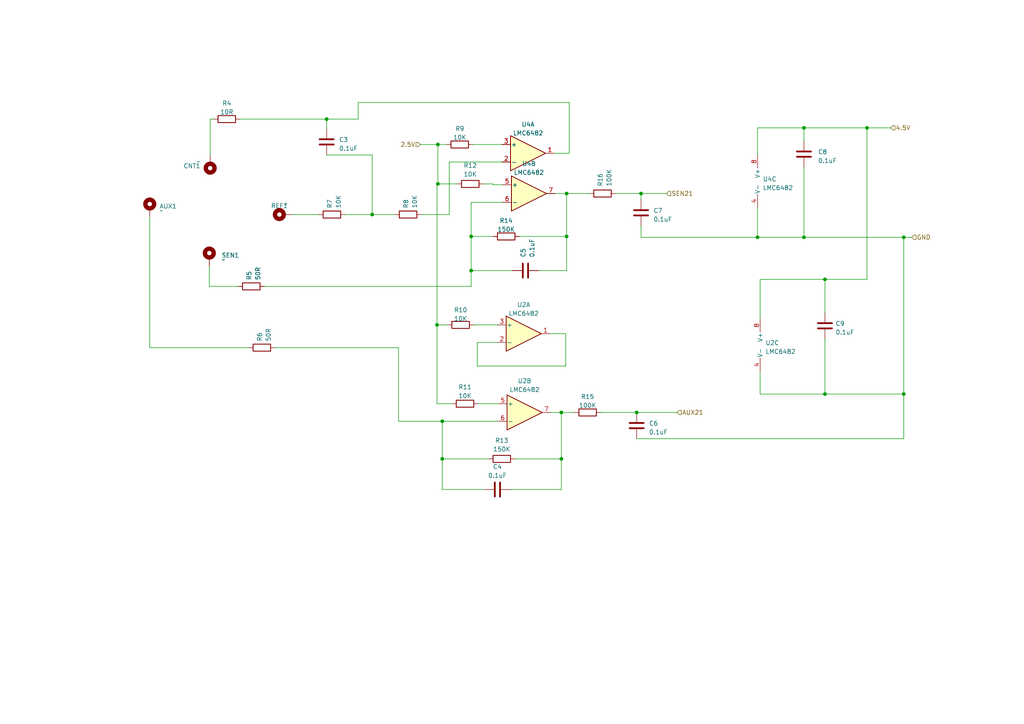
<source format=kicad_sch>
(kicad_sch (version 20230121) (generator eeschema)

  (uuid 91ef7790-12fd-4092-ace2-8becb1c4d00e)

  (paper "A4")

  (lib_symbols
    (symbol "Amplifier_Operational:LMC6482" (pin_names (offset 0.127)) (in_bom yes) (on_board yes)
      (property "Reference" "U" (at 0 5.08 0)
        (effects (font (size 1.27 1.27)) (justify left))
      )
      (property "Value" "LMC6482" (at 0 -5.08 0)
        (effects (font (size 1.27 1.27)) (justify left))
      )
      (property "Footprint" "" (at 0 0 0)
        (effects (font (size 1.27 1.27)) hide)
      )
      (property "Datasheet" "http://www.ti.com/lit/ds/symlink/lmc6482.pdf" (at 0 0 0)
        (effects (font (size 1.27 1.27)) hide)
      )
      (property "ki_locked" "" (at 0 0 0)
        (effects (font (size 1.27 1.27)))
      )
      (property "ki_keywords" "dual opamp" (at 0 0 0)
        (effects (font (size 1.27 1.27)) hide)
      )
      (property "ki_description" "Dual CMOS Rail-to-Rail Input and Output Operational Amplifier, DIP-8/SOIC-8, SSOP-8" (at 0 0 0)
        (effects (font (size 1.27 1.27)) hide)
      )
      (property "ki_fp_filters" "SOIC*3.9x4.9mm*P1.27mm* DIP*W7.62mm* TO*99* OnSemi*Micro8* TSSOP*3x3mm*P0.65mm* TSSOP*4.4x3mm*P0.65mm* MSOP*3x3mm*P0.65mm* SSOP*3.9x4.9mm*P0.635mm* LFCSP*2x2mm*P0.5mm* *SIP* SOIC*5.3x6.2mm*P1.27mm*" (at 0 0 0)
        (effects (font (size 1.27 1.27)) hide)
      )
      (symbol "LMC6482_1_1"
        (polyline
          (pts
            (xy -5.08 5.08)
            (xy 5.08 0)
            (xy -5.08 -5.08)
            (xy -5.08 5.08)
          )
          (stroke (width 0.254) (type default))
          (fill (type background))
        )
        (pin output line (at 7.62 0 180) (length 2.54)
          (name "~" (effects (font (size 1.27 1.27))))
          (number "1" (effects (font (size 1.27 1.27))))
        )
        (pin input line (at -7.62 -2.54 0) (length 2.54)
          (name "-" (effects (font (size 1.27 1.27))))
          (number "2" (effects (font (size 1.27 1.27))))
        )
        (pin input line (at -7.62 2.54 0) (length 2.54)
          (name "+" (effects (font (size 1.27 1.27))))
          (number "3" (effects (font (size 1.27 1.27))))
        )
      )
      (symbol "LMC6482_2_1"
        (polyline
          (pts
            (xy -5.08 5.08)
            (xy 5.08 0)
            (xy -5.08 -5.08)
            (xy -5.08 5.08)
          )
          (stroke (width 0.254) (type default))
          (fill (type background))
        )
        (pin input line (at -7.62 2.54 0) (length 2.54)
          (name "+" (effects (font (size 1.27 1.27))))
          (number "5" (effects (font (size 1.27 1.27))))
        )
        (pin input line (at -7.62 -2.54 0) (length 2.54)
          (name "-" (effects (font (size 1.27 1.27))))
          (number "6" (effects (font (size 1.27 1.27))))
        )
        (pin output line (at 7.62 0 180) (length 2.54)
          (name "~" (effects (font (size 1.27 1.27))))
          (number "7" (effects (font (size 1.27 1.27))))
        )
      )
      (symbol "LMC6482_3_1"
        (pin power_in line (at -2.54 -7.62 90) (length 3.81)
          (name "V-" (effects (font (size 1.27 1.27))))
          (number "4" (effects (font (size 1.27 1.27))))
        )
        (pin power_in line (at -2.54 7.62 270) (length 3.81)
          (name "V+" (effects (font (size 1.27 1.27))))
          (number "8" (effects (font (size 1.27 1.27))))
        )
      )
    )
    (symbol "Device:C" (pin_numbers hide) (pin_names (offset 0.254)) (in_bom yes) (on_board yes)
      (property "Reference" "C" (at 0.635 2.54 0)
        (effects (font (size 1.27 1.27)) (justify left))
      )
      (property "Value" "C" (at 0.635 -2.54 0)
        (effects (font (size 1.27 1.27)) (justify left))
      )
      (property "Footprint" "" (at 0.9652 -3.81 0)
        (effects (font (size 1.27 1.27)) hide)
      )
      (property "Datasheet" "~" (at 0 0 0)
        (effects (font (size 1.27 1.27)) hide)
      )
      (property "ki_keywords" "cap capacitor" (at 0 0 0)
        (effects (font (size 1.27 1.27)) hide)
      )
      (property "ki_description" "Unpolarized capacitor" (at 0 0 0)
        (effects (font (size 1.27 1.27)) hide)
      )
      (property "ki_fp_filters" "C_*" (at 0 0 0)
        (effects (font (size 1.27 1.27)) hide)
      )
      (symbol "C_0_1"
        (polyline
          (pts
            (xy -2.032 -0.762)
            (xy 2.032 -0.762)
          )
          (stroke (width 0.508) (type default))
          (fill (type none))
        )
        (polyline
          (pts
            (xy -2.032 0.762)
            (xy 2.032 0.762)
          )
          (stroke (width 0.508) (type default))
          (fill (type none))
        )
      )
      (symbol "C_1_1"
        (pin passive line (at 0 3.81 270) (length 2.794)
          (name "~" (effects (font (size 1.27 1.27))))
          (number "1" (effects (font (size 1.27 1.27))))
        )
        (pin passive line (at 0 -3.81 90) (length 2.794)
          (name "~" (effects (font (size 1.27 1.27))))
          (number "2" (effects (font (size 1.27 1.27))))
        )
      )
    )
    (symbol "Device:R" (pin_numbers hide) (pin_names (offset 0)) (in_bom yes) (on_board yes)
      (property "Reference" "R" (at 2.032 0 90)
        (effects (font (size 1.27 1.27)))
      )
      (property "Value" "R" (at 0 0 90)
        (effects (font (size 1.27 1.27)))
      )
      (property "Footprint" "" (at -1.778 0 90)
        (effects (font (size 1.27 1.27)) hide)
      )
      (property "Datasheet" "~" (at 0 0 0)
        (effects (font (size 1.27 1.27)) hide)
      )
      (property "ki_keywords" "R res resistor" (at 0 0 0)
        (effects (font (size 1.27 1.27)) hide)
      )
      (property "ki_description" "Resistor" (at 0 0 0)
        (effects (font (size 1.27 1.27)) hide)
      )
      (property "ki_fp_filters" "R_*" (at 0 0 0)
        (effects (font (size 1.27 1.27)) hide)
      )
      (symbol "R_0_1"
        (rectangle (start -1.016 -2.54) (end 1.016 2.54)
          (stroke (width 0.254) (type default))
          (fill (type none))
        )
      )
      (symbol "R_1_1"
        (pin passive line (at 0 3.81 270) (length 1.27)
          (name "~" (effects (font (size 1.27 1.27))))
          (number "1" (effects (font (size 1.27 1.27))))
        )
        (pin passive line (at 0 -3.81 90) (length 1.27)
          (name "~" (effects (font (size 1.27 1.27))))
          (number "2" (effects (font (size 1.27 1.27))))
        )
      )
    )
    (symbol "Mechanical:MountingHole_Pad" (pin_numbers hide) (pin_names (offset 1.016) hide) (in_bom yes) (on_board yes)
      (property "Reference" "H" (at 0 6.35 0)
        (effects (font (size 1.27 1.27)))
      )
      (property "Value" "MountingHole_Pad" (at 0 4.445 0)
        (effects (font (size 1.27 1.27)))
      )
      (property "Footprint" "" (at 0 0 0)
        (effects (font (size 1.27 1.27)) hide)
      )
      (property "Datasheet" "~" (at 0 0 0)
        (effects (font (size 1.27 1.27)) hide)
      )
      (property "ki_keywords" "mounting hole" (at 0 0 0)
        (effects (font (size 1.27 1.27)) hide)
      )
      (property "ki_description" "Mounting Hole with connection" (at 0 0 0)
        (effects (font (size 1.27 1.27)) hide)
      )
      (property "ki_fp_filters" "MountingHole*Pad*" (at 0 0 0)
        (effects (font (size 1.27 1.27)) hide)
      )
      (symbol "MountingHole_Pad_0_1"
        (circle (center 0 1.27) (radius 1.27)
          (stroke (width 1.27) (type default))
          (fill (type none))
        )
      )
      (symbol "MountingHole_Pad_1_1"
        (pin input line (at 0 -2.54 90) (length 2.54)
          (name "1" (effects (font (size 1.27 1.27))))
          (number "1" (effects (font (size 1.27 1.27))))
        )
      )
    )
  )

  (junction (at 126.746 94.234) (diameter 0) (color 0 0 0 0)
    (uuid 0cde9f5f-8926-4ac1-b9a3-ecc2146ff410)
  )
  (junction (at 162.814 119.634) (diameter 0) (color 0 0 0 0)
    (uuid 0d73fc9b-9b0f-49ed-84d7-5e078f3e0192)
  )
  (junction (at 219.71 68.834) (diameter 0) (color 0 0 0 0)
    (uuid 11493d13-b24a-4b02-8865-092b4c5f92af)
  )
  (junction (at 251.46 37.084) (diameter 0) (color 0 0 0 0)
    (uuid 24467894-0808-4fc8-a653-2dbd6e25b393)
  )
  (junction (at 184.658 119.634) (diameter 0) (color 0 0 0 0)
    (uuid 2a69abea-1ed6-4069-b620-54cf316924a2)
  )
  (junction (at 262.128 68.834) (diameter 0) (color 0 0 0 0)
    (uuid 2ca3c8cf-3118-4727-ad21-7feed11d8ba9)
  )
  (junction (at 136.652 68.58) (diameter 0) (color 0 0 0 0)
    (uuid 31062ce4-4f6c-4b2c-87bd-1c31fad6433c)
  )
  (junction (at 233.172 68.834) (diameter 0) (color 0 0 0 0)
    (uuid 51fe138b-f49e-49f0-80a0-7b69d094e951)
  )
  (junction (at 128.27 122.174) (diameter 0) (color 0 0 0 0)
    (uuid 523c6542-76d0-49dd-bde8-ce2726aba121)
  )
  (junction (at 136.652 78.486) (diameter 0) (color 0 0 0 0)
    (uuid 5a5ed7ac-25b0-4de8-bcf9-28c3e98cbada)
  )
  (junction (at 164.338 68.58) (diameter 0) (color 0 0 0 0)
    (uuid 7a4b2757-93f6-4b02-838c-bcdcd3fe65dd)
  )
  (junction (at 162.814 133.096) (diameter 0) (color 0 0 0 0)
    (uuid 86b87fdf-9f89-4d35-bf7d-712b9cf40e7b)
  )
  (junction (at 239.268 81.026) (diameter 0) (color 0 0 0 0)
    (uuid 92798b67-88c9-4a82-ac62-244a76e7547c)
  )
  (junction (at 239.268 114.3) (diameter 0) (color 0 0 0 0)
    (uuid 9618e657-4250-4653-b68f-a3a02fbbd0c7)
  )
  (junction (at 127 53.34) (diameter 0) (color 0 0 0 0)
    (uuid aabd0fb2-767c-4417-919f-b82058f54640)
  )
  (junction (at 262.128 114.3) (diameter 0) (color 0 0 0 0)
    (uuid b6af63e2-eb2c-4aaa-a9e4-ae1b62b3de62)
  )
  (junction (at 94.742 34.544) (diameter 0) (color 0 0 0 0)
    (uuid ba00b6f3-30fe-4216-8df0-fa5d6a267198)
  )
  (junction (at 164.338 56.134) (diameter 0) (color 0 0 0 0)
    (uuid bf12bac0-2dbf-4e54-90c1-12f59ef176dc)
  )
  (junction (at 233.172 37.084) (diameter 0) (color 0 0 0 0)
    (uuid c6fda6ec-a01b-499f-a97d-7b91a0c54367)
  )
  (junction (at 107.95 62.23) (diameter 0) (color 0 0 0 0)
    (uuid e373fd17-6046-4e6b-abc5-7e08b644af18)
  )
  (junction (at 185.928 56.134) (diameter 0) (color 0 0 0 0)
    (uuid e7413df0-a963-4117-9f9a-935218737ff8)
  )
  (junction (at 128.27 133.096) (diameter 0) (color 0 0 0 0)
    (uuid eebeab4d-e913-4e02-b86e-30873cf5a6c7)
  )
  (junction (at 127 41.91) (diameter 0) (color 0 0 0 0)
    (uuid f3d0d180-4341-487f-8b0c-50e80f2b1cd7)
  )

  (wire (pts (xy 103.886 34.544) (xy 94.742 34.544))
    (stroke (width 0) (type default))
    (uuid 0023b7b9-2baf-4053-ac0b-d25cc19ecdf7)
  )
  (wire (pts (xy 76.708 83.058) (xy 136.652 83.058))
    (stroke (width 0) (type default))
    (uuid 03239e6d-68e3-435f-835f-21b5491c6062)
  )
  (wire (pts (xy 164.338 56.134) (xy 161.036 56.134))
    (stroke (width 0) (type default))
    (uuid 06997b54-b3f0-417f-884d-d0b41c644c61)
  )
  (wire (pts (xy 184.658 127.254) (xy 262.128 127.254))
    (stroke (width 0) (type default))
    (uuid 07409ec8-10ce-4402-8271-331f39176459)
  )
  (wire (pts (xy 115.57 122.174) (xy 128.27 122.174))
    (stroke (width 0) (type default))
    (uuid 0a478146-6cae-4510-b86f-e83cecddea64)
  )
  (wire (pts (xy 156.21 78.486) (xy 164.338 78.486))
    (stroke (width 0) (type default))
    (uuid 0a677a91-f53e-4d78-86c1-d77a6b81bdaf)
  )
  (wire (pts (xy 128.27 133.096) (xy 128.27 122.174))
    (stroke (width 0) (type default))
    (uuid 0ee3f69b-d1a2-4610-90da-ab970ed19b4b)
  )
  (wire (pts (xy 136.652 68.58) (xy 136.652 78.486))
    (stroke (width 0) (type default))
    (uuid 1528b1e7-521a-400e-9d91-e0ba691d56df)
  )
  (wire (pts (xy 84.836 62.23) (xy 92.456 62.23))
    (stroke (width 0) (type default))
    (uuid 15654879-a109-4424-8182-29050a6f8c40)
  )
  (wire (pts (xy 121.92 41.91) (xy 127 41.91))
    (stroke (width 0) (type default))
    (uuid 19f181f0-eefb-4f81-96c7-f7698e9fa9cd)
  )
  (wire (pts (xy 138.684 117.094) (xy 144.526 117.094))
    (stroke (width 0) (type default))
    (uuid 1ba2a52b-ec4b-4f84-922c-e3af1d023bda)
  )
  (wire (pts (xy 137.414 94.234) (xy 144.272 94.234))
    (stroke (width 0) (type default))
    (uuid 1bacbcf7-c46e-4018-b5af-c59853743946)
  )
  (wire (pts (xy 170.942 56.134) (xy 164.338 56.134))
    (stroke (width 0) (type default))
    (uuid 1d1ab69f-a63c-4955-a1aa-1487fd5d63c4)
  )
  (wire (pts (xy 138.43 106.172) (xy 138.43 99.314))
    (stroke (width 0) (type default))
    (uuid 1e1c7f16-c5cf-440e-abf6-b3ef3091771d)
  )
  (wire (pts (xy 148.082 141.986) (xy 162.814 141.986))
    (stroke (width 0) (type default))
    (uuid 1ede2e63-1bc0-417d-bae4-ffdcad94b0a5)
  )
  (wire (pts (xy 164.084 96.774) (xy 164.084 106.172))
    (stroke (width 0) (type default))
    (uuid 29950792-dd05-4d5d-8ed8-29e5ddf924f6)
  )
  (wire (pts (xy 162.814 133.096) (xy 162.814 119.634))
    (stroke (width 0) (type default))
    (uuid 329ae141-8a68-41ea-be71-aa89bee68259)
  )
  (wire (pts (xy 239.268 114.3) (xy 262.128 114.3))
    (stroke (width 0) (type default))
    (uuid 32f2b1f6-b860-4b8e-9220-d56779b17374)
  )
  (wire (pts (xy 262.128 127.254) (xy 262.128 114.3))
    (stroke (width 0) (type default))
    (uuid 349527fd-d560-4bbd-b28f-8a30b8647b57)
  )
  (wire (pts (xy 219.71 68.834) (xy 233.172 68.834))
    (stroke (width 0) (type default))
    (uuid 37026fb4-79a0-403e-a743-6e7e2c3a7595)
  )
  (wire (pts (xy 128.27 122.174) (xy 144.526 122.174))
    (stroke (width 0) (type default))
    (uuid 3aa07458-d08a-4a1d-9178-ef027f30fe28)
  )
  (wire (pts (xy 165.1 44.45) (xy 165.1 29.718))
    (stroke (width 0) (type default))
    (uuid 3b44f80c-9dea-48e2-93ba-fc628c8d040b)
  )
  (wire (pts (xy 126.746 53.34) (xy 127 53.34))
    (stroke (width 0) (type default))
    (uuid 3b989923-f2e7-4464-a326-c238a974393a)
  )
  (wire (pts (xy 127 41.91) (xy 129.54 41.91))
    (stroke (width 0) (type default))
    (uuid 3c34e0e6-e9ce-4428-82ca-435dcd0aa840)
  )
  (wire (pts (xy 79.756 100.838) (xy 115.57 100.838))
    (stroke (width 0) (type default))
    (uuid 3ec51b70-0173-4ba3-9ade-2b6a01d03ecf)
  )
  (wire (pts (xy 103.886 29.718) (xy 103.886 34.544))
    (stroke (width 0) (type default))
    (uuid 3edb24ca-d1e7-476e-a72a-b2ab59c65e35)
  )
  (wire (pts (xy 43.434 100.838) (xy 72.136 100.838))
    (stroke (width 0) (type default))
    (uuid 3f34defc-e10e-4cc0-b09b-34ef1755556f)
  )
  (wire (pts (xy 143.002 53.594) (xy 145.796 53.594))
    (stroke (width 0) (type default))
    (uuid 3f647898-b1eb-4dde-8e79-d8aeb93670d0)
  )
  (wire (pts (xy 100.076 62.23) (xy 107.95 62.23))
    (stroke (width 0) (type default))
    (uuid 41155b9e-1924-4aec-b817-56f1100203ce)
  )
  (wire (pts (xy 60.706 83.058) (xy 69.088 83.058))
    (stroke (width 0) (type default))
    (uuid 41fceed6-cece-409b-8b1b-41b133b4253e)
  )
  (wire (pts (xy 219.71 68.834) (xy 219.71 60.198))
    (stroke (width 0) (type default))
    (uuid 44192a27-be97-4640-a73f-1ee67bf2a691)
  )
  (wire (pts (xy 143.002 53.34) (xy 143.002 53.594))
    (stroke (width 0) (type default))
    (uuid 4d6b6ba3-64e2-4058-b0c6-917faacc8956)
  )
  (wire (pts (xy 239.268 98.298) (xy 239.268 114.3))
    (stroke (width 0) (type default))
    (uuid 527f93ce-ed5f-4690-89fe-1e96f8e0df60)
  )
  (wire (pts (xy 239.268 81.026) (xy 251.46 81.026))
    (stroke (width 0) (type default))
    (uuid 5849a10f-8b2a-4e3a-8f61-672c254d7bd7)
  )
  (wire (pts (xy 193.294 56.134) (xy 185.928 56.134))
    (stroke (width 0) (type default))
    (uuid 5bdcc3c6-757c-4bba-9ab0-ca99addced2b)
  )
  (wire (pts (xy 107.95 62.23) (xy 114.554 62.23))
    (stroke (width 0) (type default))
    (uuid 5c8b71b8-c6c5-4ae7-851f-cc8f70ab61ed)
  )
  (wire (pts (xy 140.208 53.34) (xy 143.002 53.34))
    (stroke (width 0) (type default))
    (uuid 5d2c70b8-9733-46c3-b5ad-d58bbd097f02)
  )
  (wire (pts (xy 136.652 58.674) (xy 136.652 68.58))
    (stroke (width 0) (type default))
    (uuid 66139b46-dfae-4a72-8ebd-08433d2aa688)
  )
  (wire (pts (xy 131.064 117.094) (xy 126.746 117.094))
    (stroke (width 0) (type default))
    (uuid 66a9dbe6-2080-4e9d-80b0-f2b9c4214fd6)
  )
  (wire (pts (xy 233.172 37.084) (xy 219.71 37.084))
    (stroke (width 0) (type default))
    (uuid 676dc4b8-634a-4352-90f8-4378ad9c05b2)
  )
  (wire (pts (xy 149.352 133.096) (xy 162.814 133.096))
    (stroke (width 0) (type default))
    (uuid 6a682d23-74a9-4547-9c95-6d750a215eac)
  )
  (wire (pts (xy 258.318 37.084) (xy 251.46 37.084))
    (stroke (width 0) (type default))
    (uuid 6c554e45-a774-4d1e-b95b-c34f731a49de)
  )
  (wire (pts (xy 115.57 100.838) (xy 115.57 122.174))
    (stroke (width 0) (type default))
    (uuid 727a0619-a2c7-4702-aec0-ad270049a380)
  )
  (wire (pts (xy 143.002 68.58) (xy 136.652 68.58))
    (stroke (width 0) (type default))
    (uuid 72a942fc-5db3-41c8-93fe-f0b7699bab4b)
  )
  (wire (pts (xy 136.652 78.486) (xy 148.59 78.486))
    (stroke (width 0) (type default))
    (uuid 7b0123a9-1b09-4a16-88ef-6bd1e61ba522)
  )
  (wire (pts (xy 219.71 37.084) (xy 219.71 44.958))
    (stroke (width 0) (type default))
    (uuid 80afa25c-e97d-4708-94fc-06cd93736cb5)
  )
  (wire (pts (xy 159.512 96.774) (xy 164.084 96.774))
    (stroke (width 0) (type default))
    (uuid 8ad65b64-c611-4309-9bfb-3136eeceadd3)
  )
  (wire (pts (xy 137.16 41.91) (xy 145.542 41.91))
    (stroke (width 0) (type default))
    (uuid 8deeceef-6cf2-41d5-b4af-b3b5d584563f)
  )
  (wire (pts (xy 129.794 94.234) (xy 126.746 94.234))
    (stroke (width 0) (type default))
    (uuid 90f34fcf-84f6-4caf-8999-10bbb7f9617d)
  )
  (wire (pts (xy 94.742 44.958) (xy 107.95 44.958))
    (stroke (width 0) (type default))
    (uuid 917ac13d-1e84-4070-8ca5-0c299ef3635c)
  )
  (wire (pts (xy 132.588 53.34) (xy 127 53.34))
    (stroke (width 0) (type default))
    (uuid 91dd90dd-62e7-48d5-a66f-22cce9b5e214)
  )
  (wire (pts (xy 107.95 44.958) (xy 107.95 62.23))
    (stroke (width 0) (type default))
    (uuid 94f6b476-ae9a-4644-9a2a-eb232f99cbaa)
  )
  (wire (pts (xy 130.302 46.99) (xy 130.302 62.23))
    (stroke (width 0) (type default))
    (uuid 96d0ed94-1a17-4283-ac40-348ea2dad2c8)
  )
  (wire (pts (xy 185.928 68.834) (xy 219.71 68.834))
    (stroke (width 0) (type default))
    (uuid 99c88f63-3ff7-4744-a88b-1c229a81c1ff)
  )
  (wire (pts (xy 141.732 133.096) (xy 128.27 133.096))
    (stroke (width 0) (type default))
    (uuid 99ce2a1f-5665-4aa9-aae5-6566c405141c)
  )
  (wire (pts (xy 60.706 77.216) (xy 60.706 83.058))
    (stroke (width 0) (type default))
    (uuid 9dea111d-fce5-4ca3-8c64-6868522a2a25)
  )
  (wire (pts (xy 262.128 68.834) (xy 264.414 68.834))
    (stroke (width 0) (type default))
    (uuid 9e93ae9d-05a9-4a69-bfd8-6e1983b4fbeb)
  )
  (wire (pts (xy 185.928 56.134) (xy 185.928 57.912))
    (stroke (width 0) (type default))
    (uuid 9f81cb9c-1869-4ea8-a07d-86214ef064d4)
  )
  (wire (pts (xy 43.434 62.992) (xy 43.434 100.838))
    (stroke (width 0) (type default))
    (uuid a0f1ef15-cabc-4ac7-b1f5-52f6f184def3)
  )
  (wire (pts (xy 220.472 92.456) (xy 220.472 81.026))
    (stroke (width 0) (type default))
    (uuid a1906a02-9431-4a81-a4e9-c4fc87b67140)
  )
  (wire (pts (xy 136.652 58.674) (xy 145.796 58.674))
    (stroke (width 0) (type default))
    (uuid a406bcd4-f291-4831-9801-ab4a9e6a0232)
  )
  (wire (pts (xy 220.472 114.3) (xy 239.268 114.3))
    (stroke (width 0) (type default))
    (uuid a9d58b17-ce28-4522-bce9-9d4c060102fe)
  )
  (wire (pts (xy 126.746 53.34) (xy 126.746 94.234))
    (stroke (width 0) (type default))
    (uuid aa8bd007-aee5-4d2e-be91-a002aee9c006)
  )
  (wire (pts (xy 60.96 34.544) (xy 60.96 44.958))
    (stroke (width 0) (type default))
    (uuid aaa9545c-4d4e-46ee-9bc9-6df2f504a0c7)
  )
  (wire (pts (xy 138.43 99.314) (xy 144.272 99.314))
    (stroke (width 0) (type default))
    (uuid ab01f27c-6b6e-4c5f-9b1d-c4ae15e2794a)
  )
  (wire (pts (xy 150.622 68.58) (xy 164.338 68.58))
    (stroke (width 0) (type default))
    (uuid ab422b6e-db93-4ab0-90a6-ee1cd72d7b06)
  )
  (wire (pts (xy 185.928 65.532) (xy 185.928 68.834))
    (stroke (width 0) (type default))
    (uuid ac71ae6f-bcbf-4630-bde7-4246e0fcafdd)
  )
  (wire (pts (xy 164.084 106.172) (xy 138.43 106.172))
    (stroke (width 0) (type default))
    (uuid ae70a099-025d-4990-b501-3dd6ef6f9572)
  )
  (wire (pts (xy 178.562 56.134) (xy 185.928 56.134))
    (stroke (width 0) (type default))
    (uuid b0dcfcae-be16-4155-baf5-8031f364eb0b)
  )
  (wire (pts (xy 136.652 78.486) (xy 136.652 83.058))
    (stroke (width 0) (type default))
    (uuid b1ab777c-b01a-409a-b5d5-67711d0851e4)
  )
  (wire (pts (xy 127 53.34) (xy 127 41.91))
    (stroke (width 0) (type default))
    (uuid b232cfe4-90da-4758-841f-b8d6e7589818)
  )
  (wire (pts (xy 220.472 107.696) (xy 220.472 114.3))
    (stroke (width 0) (type default))
    (uuid b7b1128c-42f2-4bc6-9957-c34be5e49ffe)
  )
  (wire (pts (xy 165.1 29.718) (xy 103.886 29.718))
    (stroke (width 0) (type default))
    (uuid be84bd9b-c114-4181-81e7-9a67c128cc57)
  )
  (wire (pts (xy 128.27 141.986) (xy 128.27 133.096))
    (stroke (width 0) (type default))
    (uuid bedec339-f6fb-4bca-b5c4-64159be4fd42)
  )
  (wire (pts (xy 94.742 34.544) (xy 94.742 37.338))
    (stroke (width 0) (type default))
    (uuid c0edf11c-534f-4dfb-a443-f0c774001268)
  )
  (wire (pts (xy 140.462 141.986) (xy 128.27 141.986))
    (stroke (width 0) (type default))
    (uuid c69faa8a-0d29-45fc-ac93-ed0f69ca7323)
  )
  (wire (pts (xy 233.172 37.084) (xy 233.172 40.894))
    (stroke (width 0) (type default))
    (uuid c933163a-00fe-48ae-9c96-564020195c84)
  )
  (wire (pts (xy 160.782 44.45) (xy 165.1 44.45))
    (stroke (width 0) (type default))
    (uuid c981f7b5-fa44-4643-9eb4-7defd50a8eae)
  )
  (wire (pts (xy 162.814 141.986) (xy 162.814 133.096))
    (stroke (width 0) (type default))
    (uuid ca17eb30-cf17-4fe1-b5b6-578f6582037c)
  )
  (wire (pts (xy 130.302 62.23) (xy 122.174 62.23))
    (stroke (width 0) (type default))
    (uuid caf620b9-24de-4065-aaf8-640f2cccc000)
  )
  (wire (pts (xy 164.338 78.486) (xy 164.338 68.58))
    (stroke (width 0) (type default))
    (uuid cb941573-bde3-4aed-9fc7-88b97bd88237)
  )
  (wire (pts (xy 69.596 34.544) (xy 94.742 34.544))
    (stroke (width 0) (type default))
    (uuid cce73503-8295-41c4-a63d-cae6c59ba003)
  )
  (wire (pts (xy 126.746 117.094) (xy 126.746 94.234))
    (stroke (width 0) (type default))
    (uuid ce78fa7c-fb00-4121-aafa-cc15ea850a03)
  )
  (wire (pts (xy 196.342 119.634) (xy 184.658 119.634))
    (stroke (width 0) (type default))
    (uuid ceda26dc-a136-419d-9d57-0476316eb039)
  )
  (wire (pts (xy 145.542 46.99) (xy 130.302 46.99))
    (stroke (width 0) (type default))
    (uuid d6dd7807-fc89-4773-b486-c01b7642759b)
  )
  (wire (pts (xy 262.128 114.3) (xy 262.128 68.834))
    (stroke (width 0) (type default))
    (uuid d73be831-d5e5-432b-9482-924c0ba49732)
  )
  (wire (pts (xy 233.172 48.514) (xy 233.172 68.834))
    (stroke (width 0) (type default))
    (uuid de7af5be-7f41-4ff9-a80f-834fbc76857d)
  )
  (wire (pts (xy 239.268 90.678) (xy 239.268 81.026))
    (stroke (width 0) (type default))
    (uuid e0976a52-af66-4e61-9087-c5b6612b7671)
  )
  (wire (pts (xy 60.96 34.544) (xy 61.976 34.544))
    (stroke (width 0) (type default))
    (uuid e1ddea59-6693-4e63-a395-3b5992fcded1)
  )
  (wire (pts (xy 162.814 119.634) (xy 166.624 119.634))
    (stroke (width 0) (type default))
    (uuid e4547e52-3751-4a42-a9ed-0a3d18b41304)
  )
  (wire (pts (xy 251.46 37.084) (xy 233.172 37.084))
    (stroke (width 0) (type default))
    (uuid e57b36f9-2f38-4bff-8ab8-74d4e9442fd5)
  )
  (wire (pts (xy 164.338 56.134) (xy 164.338 68.58))
    (stroke (width 0) (type default))
    (uuid ea9104df-3968-4d61-b886-11144419aae7)
  )
  (wire (pts (xy 174.244 119.634) (xy 184.658 119.634))
    (stroke (width 0) (type default))
    (uuid edbbd96e-3942-416e-bccd-c0235d13f5d6)
  )
  (wire (pts (xy 220.472 81.026) (xy 239.268 81.026))
    (stroke (width 0) (type default))
    (uuid ede0a16b-f924-473f-9368-651fbda56f5e)
  )
  (wire (pts (xy 251.46 37.084) (xy 251.46 81.026))
    (stroke (width 0) (type default))
    (uuid efdd8c96-ce07-4a77-8a56-0889317f0edd)
  )
  (wire (pts (xy 233.172 68.834) (xy 262.128 68.834))
    (stroke (width 0) (type default))
    (uuid f5b29746-d996-4586-8acb-a69d0d6cb05e)
  )
  (wire (pts (xy 159.766 119.634) (xy 162.814 119.634))
    (stroke (width 0) (type default))
    (uuid f5fcbddd-2c6a-4b87-bc23-c6acb1f6d3b9)
  )

  (hierarchical_label "4.5V" (shape input) (at 258.318 37.084 0) (fields_autoplaced)
    (effects (font (size 1.27 1.27)) (justify left))
    (uuid 2707c866-1652-4041-b542-b70eae839bec)
  )
  (hierarchical_label "GND" (shape input) (at 264.414 68.834 0) (fields_autoplaced)
    (effects (font (size 1.27 1.27)) (justify left))
    (uuid 2733346f-128a-49dc-9d38-2335375d3e79)
  )
  (hierarchical_label "SEN21" (shape input) (at 193.294 56.134 0) (fields_autoplaced)
    (effects (font (size 1.27 1.27)) (justify left))
    (uuid 8cfa5f6d-8c2e-477f-a6b9-a27a1e44b757)
  )
  (hierarchical_label "2.5V" (shape input) (at 121.92 41.91 180) (fields_autoplaced)
    (effects (font (size 1.27 1.27)) (justify right))
    (uuid aa855a72-2334-4afd-a7b7-bd9e2b3a2533)
  )
  (hierarchical_label "AUX21" (shape input) (at 196.342 119.634 0) (fields_autoplaced)
    (effects (font (size 1.27 1.27)) (justify left))
    (uuid dd6857e5-3e1b-4c48-b835-3ba6967c0124)
  )

  (symbol (lib_id "Device:C") (at 152.4 78.486 90) (unit 1)
    (in_bom yes) (on_board yes) (dnp no)
    (uuid 031c7f00-00c8-4511-83ef-01e3288a1a67)
    (property "Reference" "C5" (at 151.765 74.676 0)
      (effects (font (size 1.27 1.27)) (justify left))
    )
    (property "Value" "0.1uF" (at 154.305 74.676 0)
      (effects (font (size 1.27 1.27)) (justify left))
    )
    (property "Footprint" "Capacitor_SMD:C_0402_1005Metric" (at 156.21 77.5208 0)
      (effects (font (size 1.27 1.27)) hide)
    )
    (property "Datasheet" "~" (at 152.4 78.486 0)
      (effects (font (size 1.27 1.27)) hide)
    )
    (pin "1" (uuid ae46151c-9771-488e-b33b-658ff830918c))
    (pin "2" (uuid 790cd731-5263-41a3-a01a-1c5cc3c4fe11))
    (instances
      (project "Air quality project"
        (path "/67b6672b-0c15-41a5-a844-17aa721018b8/e2c83066-cae4-4a4f-a05c-59cf4d457446"
          (reference "C5") (unit 1)
        )
        (path "/67b6672b-0c15-41a5-a844-17aa721018b8/be65ffb6-5f15-4847-ab99-a8924076e9fe"
          (reference "C35") (unit 1)
        )
        (path "/67b6672b-0c15-41a5-a844-17aa721018b8/a6c2a0c3-2462-46fe-a864-cd60b60decfc"
          (reference "C117") (unit 1)
        )
      )
    )
  )

  (symbol (lib_id "Device:R") (at 146.812 68.58 90) (unit 1)
    (in_bom yes) (on_board yes) (dnp no) (fields_autoplaced)
    (uuid 135b10b3-fba7-4ad7-a639-0e629f66120a)
    (property "Reference" "R14" (at 146.812 64.008 90)
      (effects (font (size 1.27 1.27)))
    )
    (property "Value" "150K" (at 146.812 66.548 90)
      (effects (font (size 1.27 1.27)))
    )
    (property "Footprint" "Resistor_SMD:R_0402_1005Metric" (at 146.812 70.358 90)
      (effects (font (size 1.27 1.27)) hide)
    )
    (property "Datasheet" "~" (at 146.812 68.58 0)
      (effects (font (size 1.27 1.27)) hide)
    )
    (pin "1" (uuid c0c57c95-ba34-478f-adc3-ff5b60e3b1d8))
    (pin "2" (uuid 9a681a4e-e8a3-4c88-b5f7-944e34b07709))
    (instances
      (project "Air quality project"
        (path "/67b6672b-0c15-41a5-a844-17aa721018b8/e2c83066-cae4-4a4f-a05c-59cf4d457446"
          (reference "R14") (unit 1)
        )
        (path "/67b6672b-0c15-41a5-a844-17aa721018b8/be65ffb6-5f15-4847-ab99-a8924076e9fe"
          (reference "R69") (unit 1)
        )
        (path "/67b6672b-0c15-41a5-a844-17aa721018b8/a6c2a0c3-2462-46fe-a864-cd60b60decfc"
          (reference "R222") (unit 1)
        )
      )
    )
  )

  (symbol (lib_id "Amplifier_Operational:LMC6482") (at 153.162 44.45 0) (unit 1)
    (in_bom yes) (on_board yes) (dnp no) (fields_autoplaced)
    (uuid 1a66bc13-eb8c-43fe-b91d-9cf231bd9f9e)
    (property "Reference" "U4" (at 153.162 36.068 0)
      (effects (font (size 1.27 1.27)))
    )
    (property "Value" "LMC6482" (at 153.162 38.608 0)
      (effects (font (size 1.27 1.27)))
    )
    (property "Footprint" "Package_SO:SOIC-8_3.9x4.9mm_P1.27mm" (at 153.162 44.45 0)
      (effects (font (size 1.27 1.27)) hide)
    )
    (property "Datasheet" "http://www.ti.com/lit/ds/symlink/lmc6482.pdf" (at 153.162 44.45 0)
      (effects (font (size 1.27 1.27)) hide)
    )
    (pin "1" (uuid e49d3897-1a84-450f-ae20-e281c72f5b9f))
    (pin "2" (uuid 90209ec0-fc06-4826-8e91-c9c8f276ac79))
    (pin "3" (uuid d19c3338-ddeb-4289-9ef7-0320e78e962e))
    (pin "5" (uuid 7e217bec-f5f9-4503-96e2-e0cff25dde3f))
    (pin "6" (uuid ed4ead67-62ba-4dc4-86a0-f436eefe99dd))
    (pin "7" (uuid ef455054-ceb9-4486-86bb-c10142a92b1a))
    (pin "4" (uuid 0efdc872-5caf-4241-9340-e8ec1bb01b5b))
    (pin "8" (uuid 7d3e3f09-3aff-4bd7-8548-a79c845e659b))
    (instances
      (project "Air quality project"
        (path "/67b6672b-0c15-41a5-a844-17aa721018b8/e2c83066-cae4-4a4f-a05c-59cf4d457446"
          (reference "U4") (unit 1)
        )
        (path "/67b6672b-0c15-41a5-a844-17aa721018b8/be65ffb6-5f15-4847-ab99-a8924076e9fe"
          (reference "U13") (unit 1)
        )
        (path "/67b6672b-0c15-41a5-a844-17aa721018b8/a6c2a0c3-2462-46fe-a864-cd60b60decfc"
          (reference "U36") (unit 1)
        )
      )
    )
  )

  (symbol (lib_id "Device:C") (at 185.928 61.722 0) (unit 1)
    (in_bom yes) (on_board yes) (dnp no) (fields_autoplaced)
    (uuid 1c9041a6-fb5c-4b1a-9f9f-9450c39c99a8)
    (property "Reference" "C7" (at 189.484 61.087 0)
      (effects (font (size 1.27 1.27)) (justify left))
    )
    (property "Value" "0.1uF" (at 189.484 63.627 0)
      (effects (font (size 1.27 1.27)) (justify left))
    )
    (property "Footprint" "Capacitor_SMD:C_0402_1005Metric" (at 186.8932 65.532 0)
      (effects (font (size 1.27 1.27)) hide)
    )
    (property "Datasheet" "~" (at 185.928 61.722 0)
      (effects (font (size 1.27 1.27)) hide)
    )
    (pin "1" (uuid a2f0942f-6e5a-4dfc-a160-d3afcd7591b2))
    (pin "2" (uuid 83333c9b-9459-415a-86e8-bb61f8f5e3bd))
    (instances
      (project "Air quality project"
        (path "/67b6672b-0c15-41a5-a844-17aa721018b8/e2c83066-cae4-4a4f-a05c-59cf4d457446"
          (reference "C7") (unit 1)
        )
        (path "/67b6672b-0c15-41a5-a844-17aa721018b8/be65ffb6-5f15-4847-ab99-a8924076e9fe"
          (reference "C37") (unit 1)
        )
        (path "/67b6672b-0c15-41a5-a844-17aa721018b8/a6c2a0c3-2462-46fe-a864-cd60b60decfc"
          (reference "C119") (unit 1)
        )
      )
    )
  )

  (symbol (lib_id "Amplifier_Operational:LMC6482") (at 222.25 52.578 0) (unit 3)
    (in_bom yes) (on_board yes) (dnp no) (fields_autoplaced)
    (uuid 1dd095eb-cce0-4a0a-bbc2-00ee1ac36c12)
    (property "Reference" "U4" (at 221.234 51.943 0)
      (effects (font (size 1.27 1.27)) (justify left))
    )
    (property "Value" "LMC6482" (at 221.234 54.483 0)
      (effects (font (size 1.27 1.27)) (justify left))
    )
    (property "Footprint" "Package_SO:SOIC-8_3.9x4.9mm_P1.27mm" (at 222.25 52.578 0)
      (effects (font (size 1.27 1.27)) hide)
    )
    (property "Datasheet" "http://www.ti.com/lit/ds/symlink/lmc6482.pdf" (at 222.25 52.578 0)
      (effects (font (size 1.27 1.27)) hide)
    )
    (pin "1" (uuid 42791d0d-7717-4b04-a0ca-b0a647570e7e))
    (pin "2" (uuid 4a2fa161-9821-4b02-bf44-5123dc1327cb))
    (pin "3" (uuid 64a3c500-0113-480b-84b8-bf62972d5f8e))
    (pin "5" (uuid d00ef563-4214-461f-ba82-fc7819b91257))
    (pin "6" (uuid a6025e8c-eb59-4fda-bafe-a0fd2776d170))
    (pin "7" (uuid 893ff0da-9dcf-4d3e-aa6a-c4e684c3eff1))
    (pin "4" (uuid 96d1a8c9-fe49-4fcc-9506-e76f9144ceb6))
    (pin "8" (uuid 9195ea1d-c621-408f-91c0-3101fa58ba9d))
    (instances
      (project "Air quality project"
        (path "/67b6672b-0c15-41a5-a844-17aa721018b8/e2c83066-cae4-4a4f-a05c-59cf4d457446"
          (reference "U4") (unit 3)
        )
        (path "/67b6672b-0c15-41a5-a844-17aa721018b8/be65ffb6-5f15-4847-ab99-a8924076e9fe"
          (reference "U13") (unit 3)
        )
        (path "/67b6672b-0c15-41a5-a844-17aa721018b8/a6c2a0c3-2462-46fe-a864-cd60b60decfc"
          (reference "U36") (unit 3)
        )
      )
    )
  )

  (symbol (lib_id "Device:R") (at 96.266 62.23 90) (unit 1)
    (in_bom yes) (on_board yes) (dnp no)
    (uuid 284a2214-1575-464d-8a06-73c91b289ef1)
    (property "Reference" "R7" (at 95.631 60.452 0)
      (effects (font (size 1.27 1.27)) (justify left))
    )
    (property "Value" "10K" (at 98.171 60.452 0)
      (effects (font (size 1.27 1.27)) (justify left))
    )
    (property "Footprint" "Resistor_SMD:R_0402_1005Metric" (at 96.266 64.008 90)
      (effects (font (size 1.27 1.27)) hide)
    )
    (property "Datasheet" "~" (at 96.266 62.23 0)
      (effects (font (size 1.27 1.27)) hide)
    )
    (pin "1" (uuid 617dfe75-1717-4079-846e-07abdd27873d))
    (pin "2" (uuid 26f9648a-07bd-4a04-a3bc-bb0737d9a904))
    (instances
      (project "Air quality project"
        (path "/67b6672b-0c15-41a5-a844-17aa721018b8/e2c83066-cae4-4a4f-a05c-59cf4d457446"
          (reference "R7") (unit 1)
        )
        (path "/67b6672b-0c15-41a5-a844-17aa721018b8/be65ffb6-5f15-4847-ab99-a8924076e9fe"
          (reference "R34") (unit 1)
        )
        (path "/67b6672b-0c15-41a5-a844-17aa721018b8/a6c2a0c3-2462-46fe-a864-cd60b60decfc"
          (reference "R215") (unit 1)
        )
      )
    )
  )

  (symbol (lib_id "Device:R") (at 133.35 41.91 90) (unit 1)
    (in_bom yes) (on_board yes) (dnp no) (fields_autoplaced)
    (uuid 2eeff950-db3a-4ea0-9570-9a9661644c30)
    (property "Reference" "R9" (at 133.35 37.338 90)
      (effects (font (size 1.27 1.27)))
    )
    (property "Value" "10K" (at 133.35 39.878 90)
      (effects (font (size 1.27 1.27)))
    )
    (property "Footprint" "Resistor_SMD:R_0402_1005Metric" (at 133.35 43.688 90)
      (effects (font (size 1.27 1.27)) hide)
    )
    (property "Datasheet" "~" (at 133.35 41.91 0)
      (effects (font (size 1.27 1.27)) hide)
    )
    (pin "1" (uuid f3fa1903-2445-429a-8132-ea1de8932a98))
    (pin "2" (uuid c734ed76-f9ea-4b4a-b046-027558abbb4c))
    (instances
      (project "Air quality project"
        (path "/67b6672b-0c15-41a5-a844-17aa721018b8/e2c83066-cae4-4a4f-a05c-59cf4d457446"
          (reference "R9") (unit 1)
        )
        (path "/67b6672b-0c15-41a5-a844-17aa721018b8/be65ffb6-5f15-4847-ab99-a8924076e9fe"
          (reference "R44") (unit 1)
        )
        (path "/67b6672b-0c15-41a5-a844-17aa721018b8/a6c2a0c3-2462-46fe-a864-cd60b60decfc"
          (reference "R217") (unit 1)
        )
      )
    )
  )

  (symbol (lib_id "Device:R") (at 65.786 34.544 270) (unit 1)
    (in_bom yes) (on_board yes) (dnp no) (fields_autoplaced)
    (uuid 354d0f32-5c4a-4f1d-afeb-204722c3a588)
    (property "Reference" "R4" (at 65.786 29.972 90)
      (effects (font (size 1.27 1.27)))
    )
    (property "Value" "10R" (at 65.786 32.512 90)
      (effects (font (size 1.27 1.27)))
    )
    (property "Footprint" "Resistor_SMD:R_0402_1005Metric" (at 65.786 32.766 90)
      (effects (font (size 1.27 1.27)) hide)
    )
    (property "Datasheet" "~" (at 65.786 34.544 0)
      (effects (font (size 1.27 1.27)) hide)
    )
    (pin "1" (uuid e7055d08-d8af-40cc-bac4-6bd339c118c6))
    (pin "2" (uuid 3d003d48-ec97-4d60-ab81-00250d222fcb))
    (instances
      (project "Air quality project"
        (path "/67b6672b-0c15-41a5-a844-17aa721018b8/e2c83066-cae4-4a4f-a05c-59cf4d457446"
          (reference "R4") (unit 1)
        )
        (path "/67b6672b-0c15-41a5-a844-17aa721018b8/be65ffb6-5f15-4847-ab99-a8924076e9fe"
          (reference "R19") (unit 1)
        )
        (path "/67b6672b-0c15-41a5-a844-17aa721018b8/a6c2a0c3-2462-46fe-a864-cd60b60decfc"
          (reference "R212") (unit 1)
        )
      )
    )
  )

  (symbol (lib_id "Mechanical:MountingHole_Pad") (at 60.706 74.676 0) (unit 1)
    (in_bom yes) (on_board yes) (dnp no) (fields_autoplaced)
    (uuid 3fc6770d-16a2-4272-afdd-2c9937c8e46c)
    (property "Reference" "SEN1" (at 64.262 74.041 0)
      (effects (font (size 1.27 1.27)) (justify left))
    )
    (property "Value" "~" (at 64.262 75.311 0)
      (effects (font (size 1.27 1.27)) (justify left))
    )
    (property "Footprint" "MountingHole:MountingHole_2.7mm_Pad" (at 60.706 74.676 0)
      (effects (font (size 1.27 1.27)) hide)
    )
    (property "Datasheet" "~" (at 60.706 74.676 0)
      (effects (font (size 1.27 1.27)) hide)
    )
    (pin "1" (uuid c78754a1-9763-4e2c-a0f5-926de874c77e))
    (instances
      (project "Air quality project"
        (path "/67b6672b-0c15-41a5-a844-17aa721018b8/e2c83066-cae4-4a4f-a05c-59cf4d457446"
          (reference "SEN1") (unit 1)
        )
        (path "/67b6672b-0c15-41a5-a844-17aa721018b8/be65ffb6-5f15-4847-ab99-a8924076e9fe"
          (reference "SEN2") (unit 1)
        )
        (path "/67b6672b-0c15-41a5-a844-17aa721018b8/a6c2a0c3-2462-46fe-a864-cd60b60decfc"
          (reference "SEN21") (unit 1)
        )
      )
    )
  )

  (symbol (lib_id "Device:C") (at 184.658 123.444 0) (unit 1)
    (in_bom yes) (on_board yes) (dnp no) (fields_autoplaced)
    (uuid 51ca1520-91d2-4976-8ee5-13afe5d00e6b)
    (property "Reference" "C6" (at 188.214 122.809 0)
      (effects (font (size 1.27 1.27)) (justify left))
    )
    (property "Value" "0.1uF" (at 188.214 125.349 0)
      (effects (font (size 1.27 1.27)) (justify left))
    )
    (property "Footprint" "Capacitor_SMD:C_0402_1005Metric" (at 185.6232 127.254 0)
      (effects (font (size 1.27 1.27)) hide)
    )
    (property "Datasheet" "~" (at 184.658 123.444 0)
      (effects (font (size 1.27 1.27)) hide)
    )
    (pin "1" (uuid 6fb4beab-87f7-4c74-9d25-b671c55e2651))
    (pin "2" (uuid 271ac4d7-512d-44c5-b005-570019782a77))
    (instances
      (project "Air quality project"
        (path "/67b6672b-0c15-41a5-a844-17aa721018b8/e2c83066-cae4-4a4f-a05c-59cf4d457446"
          (reference "C6") (unit 1)
        )
        (path "/67b6672b-0c15-41a5-a844-17aa721018b8/be65ffb6-5f15-4847-ab99-a8924076e9fe"
          (reference "C36") (unit 1)
        )
        (path "/67b6672b-0c15-41a5-a844-17aa721018b8/a6c2a0c3-2462-46fe-a864-cd60b60decfc"
          (reference "C118") (unit 1)
        )
      )
    )
  )

  (symbol (lib_id "Device:R") (at 118.364 62.23 90) (unit 1)
    (in_bom yes) (on_board yes) (dnp no)
    (uuid 541b9600-5daa-429f-a640-a5f7d128cb00)
    (property "Reference" "R8" (at 117.729 60.452 0)
      (effects (font (size 1.27 1.27)) (justify left))
    )
    (property "Value" "10K" (at 120.269 60.452 0)
      (effects (font (size 1.27 1.27)) (justify left))
    )
    (property "Footprint" "Resistor_SMD:R_0402_1005Metric" (at 118.364 64.008 90)
      (effects (font (size 1.27 1.27)) hide)
    )
    (property "Datasheet" "~" (at 118.364 62.23 0)
      (effects (font (size 1.27 1.27)) hide)
    )
    (pin "1" (uuid 66a14810-1167-4a1c-889a-56065aa7d520))
    (pin "2" (uuid e1b8beee-d3ad-41eb-98f4-ba2c3cc00fb8))
    (instances
      (project "Air quality project"
        (path "/67b6672b-0c15-41a5-a844-17aa721018b8/e2c83066-cae4-4a4f-a05c-59cf4d457446"
          (reference "R8") (unit 1)
        )
        (path "/67b6672b-0c15-41a5-a844-17aa721018b8/be65ffb6-5f15-4847-ab99-a8924076e9fe"
          (reference "R39") (unit 1)
        )
        (path "/67b6672b-0c15-41a5-a844-17aa721018b8/a6c2a0c3-2462-46fe-a864-cd60b60decfc"
          (reference "R216") (unit 1)
        )
      )
    )
  )

  (symbol (lib_id "Mechanical:MountingHole_Pad") (at 60.96 47.498 180) (unit 1)
    (in_bom yes) (on_board yes) (dnp no)
    (uuid 62ab9cc8-c1bc-4823-8869-8ccf2de612f4)
    (property "Reference" "CNT1" (at 58.166 48.133 0)
      (effects (font (size 1.27 1.27)) (justify left))
    )
    (property "Value" "~" (at 58.166 46.863 0)
      (effects (font (size 1.27 1.27)) (justify left))
    )
    (property "Footprint" "MountingHole:MountingHole_2.7mm_Pad" (at 60.96 47.498 0)
      (effects (font (size 1.27 1.27)) hide)
    )
    (property "Datasheet" "~" (at 60.96 47.498 0)
      (effects (font (size 1.27 1.27)) hide)
    )
    (pin "1" (uuid 76bbb2c7-6265-4994-bd39-c127308311aa))
    (instances
      (project "Air quality project"
        (path "/67b6672b-0c15-41a5-a844-17aa721018b8/e2c83066-cae4-4a4f-a05c-59cf4d457446"
          (reference "CNT1") (unit 1)
        )
        (path "/67b6672b-0c15-41a5-a844-17aa721018b8/be65ffb6-5f15-4847-ab99-a8924076e9fe"
          (reference "CNT2") (unit 1)
        )
        (path "/67b6672b-0c15-41a5-a844-17aa721018b8/a6c2a0c3-2462-46fe-a864-cd60b60decfc"
          (reference "CNT21") (unit 1)
        )
      )
    )
  )

  (symbol (lib_id "Amplifier_Operational:LMC6482") (at 151.892 96.774 0) (unit 1)
    (in_bom yes) (on_board yes) (dnp no)
    (uuid 7bb04b84-0c94-4079-9f90-2c08f446f422)
    (property "Reference" "U2" (at 151.892 88.392 0)
      (effects (font (size 1.27 1.27)))
    )
    (property "Value" "LMC6482" (at 151.892 90.932 0)
      (effects (font (size 1.27 1.27)))
    )
    (property "Footprint" "Package_SO:SOIC-8_3.9x4.9mm_P1.27mm" (at 151.892 96.774 0)
      (effects (font (size 1.27 1.27)) hide)
    )
    (property "Datasheet" "http://www.ti.com/lit/ds/symlink/lmc6482.pdf" (at 151.892 96.774 0)
      (effects (font (size 1.27 1.27)) hide)
    )
    (pin "1" (uuid de87fd08-6a18-4077-921f-e3a4f6e9379c))
    (pin "2" (uuid 6e628054-780f-4338-a9c8-48217be93210))
    (pin "3" (uuid 5a062d5f-051b-407e-9ac3-0ecb6f80291d))
    (pin "5" (uuid dbf6e14b-09ff-4cc6-88a0-9ada57742af2))
    (pin "6" (uuid a9d3e155-a0a5-48b8-ad01-270b6effe986))
    (pin "7" (uuid 2e38fee3-7d8c-47f0-a6b9-2671227758c9))
    (pin "4" (uuid bdd0d834-8db6-499c-a508-90c2f596f30f))
    (pin "8" (uuid 0ce173b8-05bf-4229-84be-a731b2d379af))
    (instances
      (project "Air quality project"
        (path "/67b6672b-0c15-41a5-a844-17aa721018b8/e2c83066-cae4-4a4f-a05c-59cf4d457446"
          (reference "U2") (unit 1)
        )
        (path "/67b6672b-0c15-41a5-a844-17aa721018b8/be65ffb6-5f15-4847-ab99-a8924076e9fe"
          (reference "U8") (unit 1)
        )
        (path "/67b6672b-0c15-41a5-a844-17aa721018b8/a6c2a0c3-2462-46fe-a864-cd60b60decfc"
          (reference "U35") (unit 1)
        )
      )
    )
  )

  (symbol (lib_id "Device:R") (at 134.874 117.094 90) (unit 1)
    (in_bom yes) (on_board yes) (dnp no) (fields_autoplaced)
    (uuid 83217b7e-6855-4d9e-ab6b-0360bc976f4a)
    (property "Reference" "R11" (at 134.874 112.268 90)
      (effects (font (size 1.27 1.27)))
    )
    (property "Value" "10K" (at 134.874 114.808 90)
      (effects (font (size 1.27 1.27)))
    )
    (property "Footprint" "Resistor_SMD:R_0402_1005Metric" (at 134.874 118.872 90)
      (effects (font (size 1.27 1.27)) hide)
    )
    (property "Datasheet" "~" (at 134.874 117.094 0)
      (effects (font (size 1.27 1.27)) hide)
    )
    (pin "1" (uuid 02bd100f-e6e0-4bbf-874f-ef1321541cfd))
    (pin "2" (uuid ae09e4a4-1afb-4b81-bf24-334c5b2185ef))
    (instances
      (project "Air quality project"
        (path "/67b6672b-0c15-41a5-a844-17aa721018b8/e2c83066-cae4-4a4f-a05c-59cf4d457446"
          (reference "R11") (unit 1)
        )
        (path "/67b6672b-0c15-41a5-a844-17aa721018b8/be65ffb6-5f15-4847-ab99-a8924076e9fe"
          (reference "R54") (unit 1)
        )
        (path "/67b6672b-0c15-41a5-a844-17aa721018b8/a6c2a0c3-2462-46fe-a864-cd60b60decfc"
          (reference "R219") (unit 1)
        )
      )
    )
  )

  (symbol (lib_id "Mechanical:MountingHole_Pad") (at 43.434 60.452 0) (unit 1)
    (in_bom yes) (on_board yes) (dnp no)
    (uuid 92892dd0-6948-4da2-93f8-88dff5595e36)
    (property "Reference" "AUX1" (at 46.228 59.817 0)
      (effects (font (size 1.27 1.27)) (justify left))
    )
    (property "Value" "~" (at 46.228 61.087 0)
      (effects (font (size 1.27 1.27)) (justify left))
    )
    (property "Footprint" "MountingHole:MountingHole_2.7mm_Pad" (at 43.434 60.452 0)
      (effects (font (size 1.27 1.27)) hide)
    )
    (property "Datasheet" "~" (at 43.434 60.452 0)
      (effects (font (size 1.27 1.27)) hide)
    )
    (pin "1" (uuid 75ef2f18-5a80-4510-9c66-6ed0242aa085))
    (instances
      (project "Air quality project"
        (path "/67b6672b-0c15-41a5-a844-17aa721018b8/e2c83066-cae4-4a4f-a05c-59cf4d457446"
          (reference "AUX1") (unit 1)
        )
        (path "/67b6672b-0c15-41a5-a844-17aa721018b8/be65ffb6-5f15-4847-ab99-a8924076e9fe"
          (reference "AUX2") (unit 1)
        )
        (path "/67b6672b-0c15-41a5-a844-17aa721018b8/a6c2a0c3-2462-46fe-a864-cd60b60decfc"
          (reference "AUX21") (unit 1)
        )
      )
    )
  )

  (symbol (lib_id "Amplifier_Operational:LMC6482") (at 153.416 56.134 0) (unit 2)
    (in_bom yes) (on_board yes) (dnp no) (fields_autoplaced)
    (uuid 9557db1d-cafd-45ed-8b92-8ce14e1376f6)
    (property "Reference" "U4" (at 153.416 47.498 0)
      (effects (font (size 1.27 1.27)))
    )
    (property "Value" "LMC6482" (at 153.416 50.038 0)
      (effects (font (size 1.27 1.27)))
    )
    (property "Footprint" "Package_SO:SOIC-8_3.9x4.9mm_P1.27mm" (at 153.416 56.134 0)
      (effects (font (size 1.27 1.27)) hide)
    )
    (property "Datasheet" "http://www.ti.com/lit/ds/symlink/lmc6482.pdf" (at 153.416 56.134 0)
      (effects (font (size 1.27 1.27)) hide)
    )
    (pin "1" (uuid 9c1e9d8f-1c28-41e3-9575-41efbc51ba50))
    (pin "2" (uuid 1d0291f0-3ca2-4510-9705-02c12b2ea42d))
    (pin "3" (uuid 1f78b38e-dbc0-4584-b37f-86c494584341))
    (pin "5" (uuid 21dff43d-652d-46ce-a1ca-d3fa66c4a35a))
    (pin "6" (uuid d429a0f3-83e8-4608-aa35-ed81091a9e62))
    (pin "7" (uuid 36794c7a-d7f0-4a53-9929-7af104812148))
    (pin "4" (uuid 06dc1765-d68c-4f67-a73b-d9fa7caa6956))
    (pin "8" (uuid 2077a737-d294-413f-b778-56afbb60776f))
    (instances
      (project "Air quality project"
        (path "/67b6672b-0c15-41a5-a844-17aa721018b8/e2c83066-cae4-4a4f-a05c-59cf4d457446"
          (reference "U4") (unit 2)
        )
        (path "/67b6672b-0c15-41a5-a844-17aa721018b8/be65ffb6-5f15-4847-ab99-a8924076e9fe"
          (reference "U13") (unit 2)
        )
        (path "/67b6672b-0c15-41a5-a844-17aa721018b8/a6c2a0c3-2462-46fe-a864-cd60b60decfc"
          (reference "U36") (unit 2)
        )
      )
    )
  )

  (symbol (lib_id "Mechanical:MountingHole_Pad") (at 82.296 62.23 90) (unit 1)
    (in_bom yes) (on_board yes) (dnp no) (fields_autoplaced)
    (uuid 98a5a50e-73cd-4c87-8557-9c0d14331750)
    (property "Reference" "REF1" (at 81.026 59.69 90)
      (effects (font (size 1.27 1.27)))
    )
    (property "Value" "~" (at 82.931 59.69 0)
      (effects (font (size 1.27 1.27)) (justify left))
    )
    (property "Footprint" "MountingHole:MountingHole_2.7mm_Pad" (at 82.296 62.23 0)
      (effects (font (size 1.27 1.27)) hide)
    )
    (property "Datasheet" "~" (at 82.296 62.23 0)
      (effects (font (size 1.27 1.27)) hide)
    )
    (pin "1" (uuid fcf8e426-2313-4f92-a1e5-1fcc76db4d6c))
    (instances
      (project "Air quality project"
        (path "/67b6672b-0c15-41a5-a844-17aa721018b8/e2c83066-cae4-4a4f-a05c-59cf4d457446"
          (reference "REF1") (unit 1)
        )
        (path "/67b6672b-0c15-41a5-a844-17aa721018b8/be65ffb6-5f15-4847-ab99-a8924076e9fe"
          (reference "REF2") (unit 1)
        )
        (path "/67b6672b-0c15-41a5-a844-17aa721018b8/a6c2a0c3-2462-46fe-a864-cd60b60decfc"
          (reference "REF21") (unit 1)
        )
      )
    )
  )

  (symbol (lib_id "Device:R") (at 145.542 133.096 90) (unit 1)
    (in_bom yes) (on_board yes) (dnp no) (fields_autoplaced)
    (uuid 9cecb2db-fbb4-4f39-ba2e-c4641664adcc)
    (property "Reference" "R13" (at 145.542 127.762 90)
      (effects (font (size 1.27 1.27)))
    )
    (property "Value" "150K" (at 145.542 130.302 90)
      (effects (font (size 1.27 1.27)))
    )
    (property "Footprint" "Resistor_SMD:R_0402_1005Metric" (at 145.542 134.874 90)
      (effects (font (size 1.27 1.27)) hide)
    )
    (property "Datasheet" "~" (at 145.542 133.096 0)
      (effects (font (size 1.27 1.27)) hide)
    )
    (pin "1" (uuid b2194544-d8bb-48fc-aca5-4c660c46f77c))
    (pin "2" (uuid aadb2019-c594-4888-a3e2-95254e55d396))
    (instances
      (project "Air quality project"
        (path "/67b6672b-0c15-41a5-a844-17aa721018b8/e2c83066-cae4-4a4f-a05c-59cf4d457446"
          (reference "R13") (unit 1)
        )
        (path "/67b6672b-0c15-41a5-a844-17aa721018b8/be65ffb6-5f15-4847-ab99-a8924076e9fe"
          (reference "R64") (unit 1)
        )
        (path "/67b6672b-0c15-41a5-a844-17aa721018b8/a6c2a0c3-2462-46fe-a864-cd60b60decfc"
          (reference "R221") (unit 1)
        )
      )
    )
  )

  (symbol (lib_id "Device:R") (at 170.434 119.634 90) (unit 1)
    (in_bom yes) (on_board yes) (dnp no) (fields_autoplaced)
    (uuid a42a98bb-db1a-4271-96dd-4e7d9e46e63c)
    (property "Reference" "R15" (at 170.434 115.062 90)
      (effects (font (size 1.27 1.27)))
    )
    (property "Value" "100K" (at 170.434 117.602 90)
      (effects (font (size 1.27 1.27)))
    )
    (property "Footprint" "Resistor_SMD:R_0402_1005Metric" (at 170.434 121.412 90)
      (effects (font (size 1.27 1.27)) hide)
    )
    (property "Datasheet" "~" (at 170.434 119.634 0)
      (effects (font (size 1.27 1.27)) hide)
    )
    (pin "1" (uuid 715b6eb8-4ce9-4f4e-aaee-d24666083256))
    (pin "2" (uuid e59327d7-6663-47b8-8939-a23246d8774d))
    (instances
      (project "Air quality project"
        (path "/67b6672b-0c15-41a5-a844-17aa721018b8/e2c83066-cae4-4a4f-a05c-59cf4d457446"
          (reference "R15") (unit 1)
        )
        (path "/67b6672b-0c15-41a5-a844-17aa721018b8/be65ffb6-5f15-4847-ab99-a8924076e9fe"
          (reference "R70") (unit 1)
        )
        (path "/67b6672b-0c15-41a5-a844-17aa721018b8/a6c2a0c3-2462-46fe-a864-cd60b60decfc"
          (reference "R223") (unit 1)
        )
      )
    )
  )

  (symbol (lib_id "Device:R") (at 75.946 100.838 90) (unit 1)
    (in_bom yes) (on_board yes) (dnp no)
    (uuid a517e6ee-1199-434b-a694-0b9712c6934a)
    (property "Reference" "R6" (at 75.311 99.06 0)
      (effects (font (size 1.27 1.27)) (justify left))
    )
    (property "Value" "50R" (at 77.851 99.06 0)
      (effects (font (size 1.27 1.27)) (justify left))
    )
    (property "Footprint" "Resistor_SMD:R_0402_1005Metric" (at 75.946 102.616 90)
      (effects (font (size 1.27 1.27)) hide)
    )
    (property "Datasheet" "~" (at 75.946 100.838 0)
      (effects (font (size 1.27 1.27)) hide)
    )
    (pin "1" (uuid 53ee0e36-ce02-4e2d-9339-1b0bcdc94e49))
    (pin "2" (uuid 717de907-ff65-4e68-b86c-1748daa25f3b))
    (instances
      (project "Air quality project"
        (path "/67b6672b-0c15-41a5-a844-17aa721018b8/e2c83066-cae4-4a4f-a05c-59cf4d457446"
          (reference "R6") (unit 1)
        )
        (path "/67b6672b-0c15-41a5-a844-17aa721018b8/be65ffb6-5f15-4847-ab99-a8924076e9fe"
          (reference "R29") (unit 1)
        )
        (path "/67b6672b-0c15-41a5-a844-17aa721018b8/a6c2a0c3-2462-46fe-a864-cd60b60decfc"
          (reference "R214") (unit 1)
        )
      )
    )
  )

  (symbol (lib_id "Device:R") (at 136.398 53.34 90) (unit 1)
    (in_bom yes) (on_board yes) (dnp no) (fields_autoplaced)
    (uuid a8cb2782-94a7-4155-a544-d34d47449db2)
    (property "Reference" "R12" (at 136.398 48.006 90)
      (effects (font (size 1.27 1.27)))
    )
    (property "Value" "10K" (at 136.398 50.546 90)
      (effects (font (size 1.27 1.27)))
    )
    (property "Footprint" "Resistor_SMD:R_0402_1005Metric" (at 136.398 55.118 90)
      (effects (font (size 1.27 1.27)) hide)
    )
    (property "Datasheet" "~" (at 136.398 53.34 0)
      (effects (font (size 1.27 1.27)) hide)
    )
    (pin "1" (uuid 31b34206-d186-429b-8ab7-a485882baa03))
    (pin "2" (uuid d0e9bd4f-4769-48e1-92bd-32aac1657016))
    (instances
      (project "Air quality project"
        (path "/67b6672b-0c15-41a5-a844-17aa721018b8/e2c83066-cae4-4a4f-a05c-59cf4d457446"
          (reference "R12") (unit 1)
        )
        (path "/67b6672b-0c15-41a5-a844-17aa721018b8/be65ffb6-5f15-4847-ab99-a8924076e9fe"
          (reference "R59") (unit 1)
        )
        (path "/67b6672b-0c15-41a5-a844-17aa721018b8/a6c2a0c3-2462-46fe-a864-cd60b60decfc"
          (reference "R220") (unit 1)
        )
      )
    )
  )

  (symbol (lib_id "Device:C") (at 94.742 41.148 0) (unit 1)
    (in_bom yes) (on_board yes) (dnp no) (fields_autoplaced)
    (uuid c31b2a31-4619-4bb9-8e5a-f397eeaac2ce)
    (property "Reference" "C3" (at 98.298 40.513 0)
      (effects (font (size 1.27 1.27)) (justify left))
    )
    (property "Value" "0.1uF" (at 98.298 43.053 0)
      (effects (font (size 1.27 1.27)) (justify left))
    )
    (property "Footprint" "Capacitor_SMD:C_0402_1005Metric" (at 95.7072 44.958 0)
      (effects (font (size 1.27 1.27)) hide)
    )
    (property "Datasheet" "~" (at 94.742 41.148 0)
      (effects (font (size 1.27 1.27)) hide)
    )
    (pin "1" (uuid 3b9b4622-af0b-40c2-be48-b2e9812e1389))
    (pin "2" (uuid 9beb7b3d-fc46-486e-b08a-17c86d1a24f6))
    (instances
      (project "Air quality project"
        (path "/67b6672b-0c15-41a5-a844-17aa721018b8/e2c83066-cae4-4a4f-a05c-59cf4d457446"
          (reference "C3") (unit 1)
        )
        (path "/67b6672b-0c15-41a5-a844-17aa721018b8/be65ffb6-5f15-4847-ab99-a8924076e9fe"
          (reference "C13") (unit 1)
        )
        (path "/67b6672b-0c15-41a5-a844-17aa721018b8/a6c2a0c3-2462-46fe-a864-cd60b60decfc"
          (reference "C115") (unit 1)
        )
      )
    )
  )

  (symbol (lib_id "Device:C") (at 233.172 44.704 0) (unit 1)
    (in_bom yes) (on_board yes) (dnp no) (fields_autoplaced)
    (uuid cec915b0-6b86-45d6-9358-6a9c8810d08a)
    (property "Reference" "C8" (at 237.236 44.069 0)
      (effects (font (size 1.27 1.27)) (justify left))
    )
    (property "Value" "0.1uF" (at 237.236 46.609 0)
      (effects (font (size 1.27 1.27)) (justify left))
    )
    (property "Footprint" "Capacitor_SMD:C_0402_1005Metric" (at 234.1372 48.514 0)
      (effects (font (size 1.27 1.27)) hide)
    )
    (property "Datasheet" "~" (at 233.172 44.704 0)
      (effects (font (size 1.27 1.27)) hide)
    )
    (pin "1" (uuid c7fd5bbd-06b4-40cf-88a4-7aa53633b74d))
    (pin "2" (uuid 0513fcb9-3e67-4a6f-84ae-24d33eb060ed))
    (instances
      (project "Air quality project"
        (path "/67b6672b-0c15-41a5-a844-17aa721018b8/e2c83066-cae4-4a4f-a05c-59cf4d457446"
          (reference "C8") (unit 1)
        )
        (path "/67b6672b-0c15-41a5-a844-17aa721018b8/be65ffb6-5f15-4847-ab99-a8924076e9fe"
          (reference "C38") (unit 1)
        )
        (path "/67b6672b-0c15-41a5-a844-17aa721018b8/a6c2a0c3-2462-46fe-a864-cd60b60decfc"
          (reference "C120") (unit 1)
        )
      )
    )
  )

  (symbol (lib_id "Device:C") (at 239.268 94.488 0) (unit 1)
    (in_bom yes) (on_board yes) (dnp no)
    (uuid e1071498-846f-4019-9563-29da392ddd51)
    (property "Reference" "C9" (at 242.316 93.853 0)
      (effects (font (size 1.27 1.27)) (justify left))
    )
    (property "Value" "0.1uF" (at 242.316 96.393 0)
      (effects (font (size 1.27 1.27)) (justify left))
    )
    (property "Footprint" "Capacitor_SMD:C_0402_1005Metric" (at 240.2332 98.298 0)
      (effects (font (size 1.27 1.27)) hide)
    )
    (property "Datasheet" "~" (at 239.268 94.488 0)
      (effects (font (size 1.27 1.27)) hide)
    )
    (pin "1" (uuid 8cd677a8-2bf7-438e-a394-839377c4bc09))
    (pin "2" (uuid 5eff3fef-5706-47a8-9950-3b50b124f033))
    (instances
      (project "Air quality project"
        (path "/67b6672b-0c15-41a5-a844-17aa721018b8/e2c83066-cae4-4a4f-a05c-59cf4d457446"
          (reference "C9") (unit 1)
        )
        (path "/67b6672b-0c15-41a5-a844-17aa721018b8/be65ffb6-5f15-4847-ab99-a8924076e9fe"
          (reference "C39") (unit 1)
        )
        (path "/67b6672b-0c15-41a5-a844-17aa721018b8/a6c2a0c3-2462-46fe-a864-cd60b60decfc"
          (reference "C121") (unit 1)
        )
      )
    )
  )

  (symbol (lib_id "Device:R") (at 72.898 83.058 90) (unit 1)
    (in_bom yes) (on_board yes) (dnp no)
    (uuid e8495d0e-5c60-4b38-9a84-4fc8cbdc1de3)
    (property "Reference" "R5" (at 72.263 81.28 0)
      (effects (font (size 1.27 1.27)) (justify left))
    )
    (property "Value" "50R" (at 74.803 81.28 0)
      (effects (font (size 1.27 1.27)) (justify left))
    )
    (property "Footprint" "Resistor_SMD:R_0402_1005Metric" (at 72.898 84.836 90)
      (effects (font (size 1.27 1.27)) hide)
    )
    (property "Datasheet" "~" (at 72.898 83.058 0)
      (effects (font (size 1.27 1.27)) hide)
    )
    (pin "1" (uuid 6a001cdf-8b23-4d2f-930d-c4d9a1747bd2))
    (pin "2" (uuid 182195a4-68ca-49da-869a-e0095a138f37))
    (instances
      (project "Air quality project"
        (path "/67b6672b-0c15-41a5-a844-17aa721018b8/e2c83066-cae4-4a4f-a05c-59cf4d457446"
          (reference "R5") (unit 1)
        )
        (path "/67b6672b-0c15-41a5-a844-17aa721018b8/be65ffb6-5f15-4847-ab99-a8924076e9fe"
          (reference "R24") (unit 1)
        )
        (path "/67b6672b-0c15-41a5-a844-17aa721018b8/a6c2a0c3-2462-46fe-a864-cd60b60decfc"
          (reference "R213") (unit 1)
        )
      )
    )
  )

  (symbol (lib_id "Amplifier_Operational:LMC6482") (at 223.012 100.076 0) (unit 3)
    (in_bom yes) (on_board yes) (dnp no) (fields_autoplaced)
    (uuid e970391f-d5e0-49a9-aa76-7b769ca0e721)
    (property "Reference" "U2" (at 221.996 99.441 0)
      (effects (font (size 1.27 1.27)) (justify left))
    )
    (property "Value" "LMC6482" (at 221.996 101.981 0)
      (effects (font (size 1.27 1.27)) (justify left))
    )
    (property "Footprint" "Package_SO:SOIC-8_3.9x4.9mm_P1.27mm" (at 223.012 100.076 0)
      (effects (font (size 1.27 1.27)) hide)
    )
    (property "Datasheet" "http://www.ti.com/lit/ds/symlink/lmc6482.pdf" (at 223.012 100.076 0)
      (effects (font (size 1.27 1.27)) hide)
    )
    (pin "1" (uuid d5f06bc0-e016-449d-bb76-1780c68309d8))
    (pin "2" (uuid dd93b084-6c45-4ec3-b4a2-64cf0e791daa))
    (pin "3" (uuid c79b47a1-69b0-418f-ae34-b6968595b6a6))
    (pin "5" (uuid 89f1dfc5-f772-4d7a-8a07-0964f1f210a0))
    (pin "6" (uuid 61ffc32e-67ac-4496-ba94-ce7cced6a0ea))
    (pin "7" (uuid 29e08c8c-3454-4ad1-a0b8-ee9155612eb2))
    (pin "4" (uuid efda686e-0349-43dd-a390-01920c8f48a5))
    (pin "8" (uuid db3439f7-a6d8-4601-b578-caf1be91141a))
    (instances
      (project "Air quality project"
        (path "/67b6672b-0c15-41a5-a844-17aa721018b8/e2c83066-cae4-4a4f-a05c-59cf4d457446"
          (reference "U2") (unit 3)
        )
        (path "/67b6672b-0c15-41a5-a844-17aa721018b8/be65ffb6-5f15-4847-ab99-a8924076e9fe"
          (reference "U8") (unit 3)
        )
        (path "/67b6672b-0c15-41a5-a844-17aa721018b8/a6c2a0c3-2462-46fe-a864-cd60b60decfc"
          (reference "U35") (unit 3)
        )
      )
    )
  )

  (symbol (lib_id "Device:C") (at 144.272 141.986 90) (unit 1)
    (in_bom yes) (on_board yes) (dnp no) (fields_autoplaced)
    (uuid ee5c3139-0ffe-40f2-a39d-1635926b8afe)
    (property "Reference" "C4" (at 144.272 135.382 90)
      (effects (font (size 1.27 1.27)))
    )
    (property "Value" "0.1uF" (at 144.272 137.922 90)
      (effects (font (size 1.27 1.27)))
    )
    (property "Footprint" "Capacitor_SMD:C_0402_1005Metric" (at 148.082 141.0208 0)
      (effects (font (size 1.27 1.27)) hide)
    )
    (property "Datasheet" "~" (at 144.272 141.986 0)
      (effects (font (size 1.27 1.27)) hide)
    )
    (pin "1" (uuid b531e23a-7588-4b87-9031-5d4da3be1811))
    (pin "2" (uuid 350a8bb4-a734-42f9-b947-b212ab9f594d))
    (instances
      (project "Air quality project"
        (path "/67b6672b-0c15-41a5-a844-17aa721018b8/e2c83066-cae4-4a4f-a05c-59cf4d457446"
          (reference "C4") (unit 1)
        )
        (path "/67b6672b-0c15-41a5-a844-17aa721018b8/be65ffb6-5f15-4847-ab99-a8924076e9fe"
          (reference "C34") (unit 1)
        )
        (path "/67b6672b-0c15-41a5-a844-17aa721018b8/a6c2a0c3-2462-46fe-a864-cd60b60decfc"
          (reference "C116") (unit 1)
        )
      )
    )
  )

  (symbol (lib_id "Amplifier_Operational:LMC6482") (at 152.146 119.634 0) (unit 2)
    (in_bom yes) (on_board yes) (dnp no) (fields_autoplaced)
    (uuid ee9394f6-92b1-46ab-a12f-5e1f13aacf69)
    (property "Reference" "U2" (at 152.146 110.49 0)
      (effects (font (size 1.27 1.27)))
    )
    (property "Value" "LMC6482" (at 152.146 113.03 0)
      (effects (font (size 1.27 1.27)))
    )
    (property "Footprint" "Package_SO:SOIC-8_3.9x4.9mm_P1.27mm" (at 152.146 119.634 0)
      (effects (font (size 1.27 1.27)) hide)
    )
    (property "Datasheet" "http://www.ti.com/lit/ds/symlink/lmc6482.pdf" (at 152.146 119.634 0)
      (effects (font (size 1.27 1.27)) hide)
    )
    (pin "1" (uuid 11ada3ae-6758-4a42-8bec-b9b6f4c75a1a))
    (pin "2" (uuid cecfcab1-7354-4c19-8bdd-bc6aac22549b))
    (pin "3" (uuid b8b5c5a6-18f5-4b93-b974-cec779252067))
    (pin "5" (uuid e0526b62-287d-44dc-99a9-e48249c715ff))
    (pin "6" (uuid 9dbc68ad-9319-4142-a834-975e0c218227))
    (pin "7" (uuid 59955279-6d61-4a51-81a4-e7893ad364b8))
    (pin "4" (uuid 5d862dc6-a441-46c7-938b-75ac613c0f4f))
    (pin "8" (uuid 6e4c091b-4f0e-43a5-ac02-ecaec090156f))
    (instances
      (project "Air quality project"
        (path "/67b6672b-0c15-41a5-a844-17aa721018b8/e2c83066-cae4-4a4f-a05c-59cf4d457446"
          (reference "U2") (unit 2)
        )
        (path "/67b6672b-0c15-41a5-a844-17aa721018b8/be65ffb6-5f15-4847-ab99-a8924076e9fe"
          (reference "U8") (unit 2)
        )
        (path "/67b6672b-0c15-41a5-a844-17aa721018b8/a6c2a0c3-2462-46fe-a864-cd60b60decfc"
          (reference "U35") (unit 2)
        )
      )
    )
  )

  (symbol (lib_id "Device:R") (at 133.604 94.234 90) (unit 1)
    (in_bom yes) (on_board yes) (dnp no) (fields_autoplaced)
    (uuid f1734d58-fe36-4fd7-b2db-3e530d8ed3f9)
    (property "Reference" "R10" (at 133.604 89.916 90)
      (effects (font (size 1.27 1.27)))
    )
    (property "Value" "10K" (at 133.604 92.456 90)
      (effects (font (size 1.27 1.27)))
    )
    (property "Footprint" "Resistor_SMD:R_0402_1005Metric" (at 133.604 96.012 90)
      (effects (font (size 1.27 1.27)) hide)
    )
    (property "Datasheet" "~" (at 133.604 94.234 0)
      (effects (font (size 1.27 1.27)) hide)
    )
    (pin "1" (uuid 2dde98ff-1627-4199-8df9-44c4e4676326))
    (pin "2" (uuid b7f434a5-7e83-4030-8bb4-b6adf8141f57))
    (instances
      (project "Air quality project"
        (path "/67b6672b-0c15-41a5-a844-17aa721018b8/e2c83066-cae4-4a4f-a05c-59cf4d457446"
          (reference "R10") (unit 1)
        )
        (path "/67b6672b-0c15-41a5-a844-17aa721018b8/be65ffb6-5f15-4847-ab99-a8924076e9fe"
          (reference "R49") (unit 1)
        )
        (path "/67b6672b-0c15-41a5-a844-17aa721018b8/a6c2a0c3-2462-46fe-a864-cd60b60decfc"
          (reference "R218") (unit 1)
        )
      )
    )
  )

  (symbol (lib_id "Device:R") (at 174.752 56.134 90) (unit 1)
    (in_bom yes) (on_board yes) (dnp no)
    (uuid fc4cad76-1ecb-4111-8fa8-dc64a3ea1a6c)
    (property "Reference" "R16" (at 174.117 54.102 0)
      (effects (font (size 1.27 1.27)) (justify left))
    )
    (property "Value" "100K" (at 176.657 54.102 0)
      (effects (font (size 1.27 1.27)) (justify left))
    )
    (property "Footprint" "Resistor_SMD:R_0402_1005Metric" (at 174.752 57.912 90)
      (effects (font (size 1.27 1.27)) hide)
    )
    (property "Datasheet" "~" (at 174.752 56.134 0)
      (effects (font (size 1.27 1.27)) hide)
    )
    (pin "1" (uuid 46286499-86f9-4a48-97cb-9ab5dfbe7570))
    (pin "2" (uuid 34954594-eb49-460b-ad25-fe34ed5f160e))
    (instances
      (project "Air quality project"
        (path "/67b6672b-0c15-41a5-a844-17aa721018b8/e2c83066-cae4-4a4f-a05c-59cf4d457446"
          (reference "R16") (unit 1)
        )
        (path "/67b6672b-0c15-41a5-a844-17aa721018b8/be65ffb6-5f15-4847-ab99-a8924076e9fe"
          (reference "R71") (unit 1)
        )
        (path "/67b6672b-0c15-41a5-a844-17aa721018b8/a6c2a0c3-2462-46fe-a864-cd60b60decfc"
          (reference "R224") (unit 1)
        )
      )
    )
  )
)

</source>
